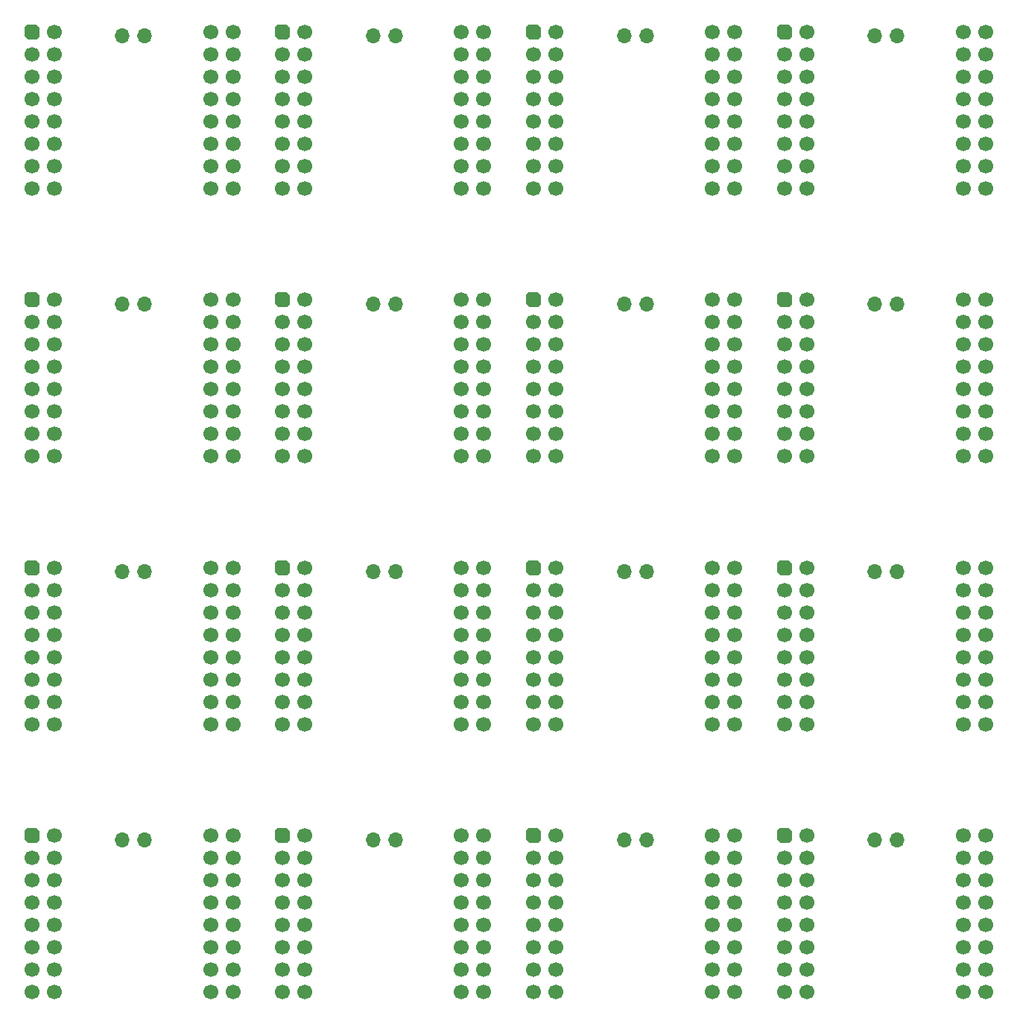
<source format=gbr>
%TF.GenerationSoftware,KiCad,Pcbnew,8.0.6*%
%TF.CreationDate,2024-10-19T01:04:28+01:00*%
%TF.ProjectId,panel,70616e65-6c2e-46b6-9963-61645f706362,rev?*%
%TF.SameCoordinates,Original*%
%TF.FileFunction,Soldermask,Bot*%
%TF.FilePolarity,Negative*%
%FSLAX46Y46*%
G04 Gerber Fmt 4.6, Leading zero omitted, Abs format (unit mm)*
G04 Created by KiCad (PCBNEW 8.0.6) date 2024-10-19 01:04:28*
%MOMM*%
%LPD*%
G01*
G04 APERTURE LIST*
G04 Aperture macros list*
%AMFreePoly0*
4,1,19,-0.850000,0.510000,-0.510000,0.850000,0.255000,0.850000,0.408997,0.829726,0.552500,0.770285,0.675729,0.675729,0.770285,0.552500,0.829726,0.408997,0.850000,0.255000,0.850000,-0.510000,0.510000,-0.850000,-0.255000,-0.850000,-0.408997,-0.829726,-0.552500,-0.770285,-0.675729,-0.675729,-0.770285,-0.552500,-0.829726,-0.408997,-0.850000,-0.255000,-0.850000,0.510000,-0.850000,0.510000,
$1*%
G04 Aperture macros list end*
%ADD10O,1.700000X1.700000*%
%ADD11FreePoly0,0.000000*%
%ADD12C,1.700000*%
G04 APERTURE END LIST*
D10*
%TO.C,J1*%
X135660000Y-113390000D03*
X133120000Y-113390000D03*
%TD*%
D11*
%TO.C,U1*%
X94330000Y-112930000D03*
D12*
X94330000Y-115470000D03*
X94330000Y-118010000D03*
X94330000Y-120550000D03*
X94330000Y-123090000D03*
X94330000Y-125630000D03*
X94330000Y-128170000D03*
X94330000Y-130710000D03*
X117190000Y-130710000D03*
X117190000Y-128170000D03*
X117190000Y-125630000D03*
X117190000Y-123090000D03*
X117190000Y-120550000D03*
X117190000Y-118010000D03*
X117190000Y-115470000D03*
X117190000Y-112930000D03*
X96870000Y-112930000D03*
X96870000Y-115470000D03*
X96870000Y-118010000D03*
X96870000Y-120550000D03*
X96870000Y-123090000D03*
X96870000Y-125630000D03*
X96870000Y-128170000D03*
X96870000Y-130710000D03*
X114650000Y-130710000D03*
X114650000Y-128170000D03*
X114650000Y-125630000D03*
X114650000Y-123090000D03*
X114650000Y-120550000D03*
X114650000Y-118010000D03*
X114650000Y-115470000D03*
X114650000Y-112930000D03*
%TD*%
D10*
%TO.C,J1*%
X192700000Y-52530000D03*
X190160000Y-52530000D03*
%TD*%
%TO.C,J1*%
X135660000Y-82960000D03*
X133120000Y-82960000D03*
%TD*%
%TO.C,J1*%
X135660000Y-52530000D03*
X133120000Y-52530000D03*
%TD*%
%TO.C,J1*%
X135660000Y-22100000D03*
X133120000Y-22100000D03*
%TD*%
D11*
%TO.C,U1*%
X122850000Y-82500000D03*
D12*
X122850000Y-85040000D03*
X122850000Y-87580000D03*
X122850000Y-90120000D03*
X122850000Y-92660000D03*
X122850000Y-95200000D03*
X122850000Y-97740000D03*
X122850000Y-100280000D03*
X145710000Y-100280000D03*
X145710000Y-97740000D03*
X145710000Y-95200000D03*
X145710000Y-92660000D03*
X145710000Y-90120000D03*
X145710000Y-87580000D03*
X145710000Y-85040000D03*
X145710000Y-82500000D03*
X125390000Y-82500000D03*
X125390000Y-85040000D03*
X125390000Y-87580000D03*
X125390000Y-90120000D03*
X125390000Y-92660000D03*
X125390000Y-95200000D03*
X125390000Y-97740000D03*
X125390000Y-100280000D03*
X143170000Y-100280000D03*
X143170000Y-97740000D03*
X143170000Y-95200000D03*
X143170000Y-92660000D03*
X143170000Y-90120000D03*
X143170000Y-87580000D03*
X143170000Y-85040000D03*
X143170000Y-82500000D03*
%TD*%
D11*
%TO.C,U1*%
X122850000Y-52070000D03*
D12*
X122850000Y-54610000D03*
X122850000Y-57150000D03*
X122850000Y-59690000D03*
X122850000Y-62230000D03*
X122850000Y-64770000D03*
X122850000Y-67310000D03*
X122850000Y-69850000D03*
X145710000Y-69850000D03*
X145710000Y-67310000D03*
X145710000Y-64770000D03*
X145710000Y-62230000D03*
X145710000Y-59690000D03*
X145710000Y-57150000D03*
X145710000Y-54610000D03*
X145710000Y-52070000D03*
X125390000Y-52070000D03*
X125390000Y-54610000D03*
X125390000Y-57150000D03*
X125390000Y-59690000D03*
X125390000Y-62230000D03*
X125390000Y-64770000D03*
X125390000Y-67310000D03*
X125390000Y-69850000D03*
X143170000Y-69850000D03*
X143170000Y-67310000D03*
X143170000Y-64770000D03*
X143170000Y-62230000D03*
X143170000Y-59690000D03*
X143170000Y-57150000D03*
X143170000Y-54610000D03*
X143170000Y-52070000D03*
%TD*%
D11*
%TO.C,U1*%
X122850000Y-112930000D03*
D12*
X122850000Y-115470000D03*
X122850000Y-118010000D03*
X122850000Y-120550000D03*
X122850000Y-123090000D03*
X122850000Y-125630000D03*
X122850000Y-128170000D03*
X122850000Y-130710000D03*
X145710000Y-130710000D03*
X145710000Y-128170000D03*
X145710000Y-125630000D03*
X145710000Y-123090000D03*
X145710000Y-120550000D03*
X145710000Y-118010000D03*
X145710000Y-115470000D03*
X145710000Y-112930000D03*
X125390000Y-112930000D03*
X125390000Y-115470000D03*
X125390000Y-118010000D03*
X125390000Y-120550000D03*
X125390000Y-123090000D03*
X125390000Y-125630000D03*
X125390000Y-128170000D03*
X125390000Y-130710000D03*
X143170000Y-130710000D03*
X143170000Y-128170000D03*
X143170000Y-125630000D03*
X143170000Y-123090000D03*
X143170000Y-120550000D03*
X143170000Y-118010000D03*
X143170000Y-115470000D03*
X143170000Y-112930000D03*
%TD*%
D10*
%TO.C,J1*%
X164180000Y-113390000D03*
X161640000Y-113390000D03*
%TD*%
%TO.C,J1*%
X192700000Y-82960000D03*
X190160000Y-82960000D03*
%TD*%
D11*
%TO.C,U1*%
X94330000Y-52070000D03*
D12*
X94330000Y-54610000D03*
X94330000Y-57150000D03*
X94330000Y-59690000D03*
X94330000Y-62230000D03*
X94330000Y-64770000D03*
X94330000Y-67310000D03*
X94330000Y-69850000D03*
X117190000Y-69850000D03*
X117190000Y-67310000D03*
X117190000Y-64770000D03*
X117190000Y-62230000D03*
X117190000Y-59690000D03*
X117190000Y-57150000D03*
X117190000Y-54610000D03*
X117190000Y-52070000D03*
X96870000Y-52070000D03*
X96870000Y-54610000D03*
X96870000Y-57150000D03*
X96870000Y-59690000D03*
X96870000Y-62230000D03*
X96870000Y-64770000D03*
X96870000Y-67310000D03*
X96870000Y-69850000D03*
X114650000Y-69850000D03*
X114650000Y-67310000D03*
X114650000Y-64770000D03*
X114650000Y-62230000D03*
X114650000Y-59690000D03*
X114650000Y-57150000D03*
X114650000Y-54610000D03*
X114650000Y-52070000D03*
%TD*%
D10*
%TO.C,J1*%
X107140000Y-22100000D03*
X104600000Y-22100000D03*
%TD*%
D11*
%TO.C,U1*%
X179890000Y-21640000D03*
D12*
X179890000Y-24180000D03*
X179890000Y-26720000D03*
X179890000Y-29260000D03*
X179890000Y-31800000D03*
X179890000Y-34340000D03*
X179890000Y-36880000D03*
X179890000Y-39420000D03*
X202750000Y-39420000D03*
X202750000Y-36880000D03*
X202750000Y-34340000D03*
X202750000Y-31800000D03*
X202750000Y-29260000D03*
X202750000Y-26720000D03*
X202750000Y-24180000D03*
X202750000Y-21640000D03*
X182430000Y-21640000D03*
X182430000Y-24180000D03*
X182430000Y-26720000D03*
X182430000Y-29260000D03*
X182430000Y-31800000D03*
X182430000Y-34340000D03*
X182430000Y-36880000D03*
X182430000Y-39420000D03*
X200210000Y-39420000D03*
X200210000Y-36880000D03*
X200210000Y-34340000D03*
X200210000Y-31800000D03*
X200210000Y-29260000D03*
X200210000Y-26720000D03*
X200210000Y-24180000D03*
X200210000Y-21640000D03*
%TD*%
D11*
%TO.C,U1*%
X151370000Y-82500000D03*
D12*
X151370000Y-85040000D03*
X151370000Y-87580000D03*
X151370000Y-90120000D03*
X151370000Y-92660000D03*
X151370000Y-95200000D03*
X151370000Y-97740000D03*
X151370000Y-100280000D03*
X174230000Y-100280000D03*
X174230000Y-97740000D03*
X174230000Y-95200000D03*
X174230000Y-92660000D03*
X174230000Y-90120000D03*
X174230000Y-87580000D03*
X174230000Y-85040000D03*
X174230000Y-82500000D03*
X153910000Y-82500000D03*
X153910000Y-85040000D03*
X153910000Y-87580000D03*
X153910000Y-90120000D03*
X153910000Y-92660000D03*
X153910000Y-95200000D03*
X153910000Y-97740000D03*
X153910000Y-100280000D03*
X171690000Y-100280000D03*
X171690000Y-97740000D03*
X171690000Y-95200000D03*
X171690000Y-92660000D03*
X171690000Y-90120000D03*
X171690000Y-87580000D03*
X171690000Y-85040000D03*
X171690000Y-82500000D03*
%TD*%
D11*
%TO.C,U1*%
X151370000Y-21640000D03*
D12*
X151370000Y-24180000D03*
X151370000Y-26720000D03*
X151370000Y-29260000D03*
X151370000Y-31800000D03*
X151370000Y-34340000D03*
X151370000Y-36880000D03*
X151370000Y-39420000D03*
X174230000Y-39420000D03*
X174230000Y-36880000D03*
X174230000Y-34340000D03*
X174230000Y-31800000D03*
X174230000Y-29260000D03*
X174230000Y-26720000D03*
X174230000Y-24180000D03*
X174230000Y-21640000D03*
X153910000Y-21640000D03*
X153910000Y-24180000D03*
X153910000Y-26720000D03*
X153910000Y-29260000D03*
X153910000Y-31800000D03*
X153910000Y-34340000D03*
X153910000Y-36880000D03*
X153910000Y-39420000D03*
X171690000Y-39420000D03*
X171690000Y-36880000D03*
X171690000Y-34340000D03*
X171690000Y-31800000D03*
X171690000Y-29260000D03*
X171690000Y-26720000D03*
X171690000Y-24180000D03*
X171690000Y-21640000D03*
%TD*%
D11*
%TO.C,U1*%
X151370000Y-52070000D03*
D12*
X151370000Y-54610000D03*
X151370000Y-57150000D03*
X151370000Y-59690000D03*
X151370000Y-62230000D03*
X151370000Y-64770000D03*
X151370000Y-67310000D03*
X151370000Y-69850000D03*
X174230000Y-69850000D03*
X174230000Y-67310000D03*
X174230000Y-64770000D03*
X174230000Y-62230000D03*
X174230000Y-59690000D03*
X174230000Y-57150000D03*
X174230000Y-54610000D03*
X174230000Y-52070000D03*
X153910000Y-52070000D03*
X153910000Y-54610000D03*
X153910000Y-57150000D03*
X153910000Y-59690000D03*
X153910000Y-62230000D03*
X153910000Y-64770000D03*
X153910000Y-67310000D03*
X153910000Y-69850000D03*
X171690000Y-69850000D03*
X171690000Y-67310000D03*
X171690000Y-64770000D03*
X171690000Y-62230000D03*
X171690000Y-59690000D03*
X171690000Y-57150000D03*
X171690000Y-54610000D03*
X171690000Y-52070000D03*
%TD*%
D11*
%TO.C,U1*%
X94330000Y-82500000D03*
D12*
X94330000Y-85040000D03*
X94330000Y-87580000D03*
X94330000Y-90120000D03*
X94330000Y-92660000D03*
X94330000Y-95200000D03*
X94330000Y-97740000D03*
X94330000Y-100280000D03*
X117190000Y-100280000D03*
X117190000Y-97740000D03*
X117190000Y-95200000D03*
X117190000Y-92660000D03*
X117190000Y-90120000D03*
X117190000Y-87580000D03*
X117190000Y-85040000D03*
X117190000Y-82500000D03*
X96870000Y-82500000D03*
X96870000Y-85040000D03*
X96870000Y-87580000D03*
X96870000Y-90120000D03*
X96870000Y-92660000D03*
X96870000Y-95200000D03*
X96870000Y-97740000D03*
X96870000Y-100280000D03*
X114650000Y-100280000D03*
X114650000Y-97740000D03*
X114650000Y-95200000D03*
X114650000Y-92660000D03*
X114650000Y-90120000D03*
X114650000Y-87580000D03*
X114650000Y-85040000D03*
X114650000Y-82500000D03*
%TD*%
D11*
%TO.C,U1*%
X151370000Y-112930000D03*
D12*
X151370000Y-115470000D03*
X151370000Y-118010000D03*
X151370000Y-120550000D03*
X151370000Y-123090000D03*
X151370000Y-125630000D03*
X151370000Y-128170000D03*
X151370000Y-130710000D03*
X174230000Y-130710000D03*
X174230000Y-128170000D03*
X174230000Y-125630000D03*
X174230000Y-123090000D03*
X174230000Y-120550000D03*
X174230000Y-118010000D03*
X174230000Y-115470000D03*
X174230000Y-112930000D03*
X153910000Y-112930000D03*
X153910000Y-115470000D03*
X153910000Y-118010000D03*
X153910000Y-120550000D03*
X153910000Y-123090000D03*
X153910000Y-125630000D03*
X153910000Y-128170000D03*
X153910000Y-130710000D03*
X171690000Y-130710000D03*
X171690000Y-128170000D03*
X171690000Y-125630000D03*
X171690000Y-123090000D03*
X171690000Y-120550000D03*
X171690000Y-118010000D03*
X171690000Y-115470000D03*
X171690000Y-112930000D03*
%TD*%
D11*
%TO.C,U1*%
X179890000Y-52070000D03*
D12*
X179890000Y-54610000D03*
X179890000Y-57150000D03*
X179890000Y-59690000D03*
X179890000Y-62230000D03*
X179890000Y-64770000D03*
X179890000Y-67310000D03*
X179890000Y-69850000D03*
X202750000Y-69850000D03*
X202750000Y-67310000D03*
X202750000Y-64770000D03*
X202750000Y-62230000D03*
X202750000Y-59690000D03*
X202750000Y-57150000D03*
X202750000Y-54610000D03*
X202750000Y-52070000D03*
X182430000Y-52070000D03*
X182430000Y-54610000D03*
X182430000Y-57150000D03*
X182430000Y-59690000D03*
X182430000Y-62230000D03*
X182430000Y-64770000D03*
X182430000Y-67310000D03*
X182430000Y-69850000D03*
X200210000Y-69850000D03*
X200210000Y-67310000D03*
X200210000Y-64770000D03*
X200210000Y-62230000D03*
X200210000Y-59690000D03*
X200210000Y-57150000D03*
X200210000Y-54610000D03*
X200210000Y-52070000D03*
%TD*%
D10*
%TO.C,J1*%
X164180000Y-52530000D03*
X161640000Y-52530000D03*
%TD*%
%TO.C,J1*%
X164180000Y-22100000D03*
X161640000Y-22100000D03*
%TD*%
%TO.C,J1*%
X107140000Y-82960000D03*
X104600000Y-82960000D03*
%TD*%
D11*
%TO.C,U1*%
X94330000Y-21640000D03*
D12*
X94330000Y-24180000D03*
X94330000Y-26720000D03*
X94330000Y-29260000D03*
X94330000Y-31800000D03*
X94330000Y-34340000D03*
X94330000Y-36880000D03*
X94330000Y-39420000D03*
X117190000Y-39420000D03*
X117190000Y-36880000D03*
X117190000Y-34340000D03*
X117190000Y-31800000D03*
X117190000Y-29260000D03*
X117190000Y-26720000D03*
X117190000Y-24180000D03*
X117190000Y-21640000D03*
X96870000Y-21640000D03*
X96870000Y-24180000D03*
X96870000Y-26720000D03*
X96870000Y-29260000D03*
X96870000Y-31800000D03*
X96870000Y-34340000D03*
X96870000Y-36880000D03*
X96870000Y-39420000D03*
X114650000Y-39420000D03*
X114650000Y-36880000D03*
X114650000Y-34340000D03*
X114650000Y-31800000D03*
X114650000Y-29260000D03*
X114650000Y-26720000D03*
X114650000Y-24180000D03*
X114650000Y-21640000D03*
%TD*%
D10*
%TO.C,J1*%
X107140000Y-52530000D03*
X104600000Y-52530000D03*
%TD*%
%TO.C,J1*%
X164180000Y-82960000D03*
X161640000Y-82960000D03*
%TD*%
D11*
%TO.C,U1*%
X179890000Y-112930000D03*
D12*
X179890000Y-115470000D03*
X179890000Y-118010000D03*
X179890000Y-120550000D03*
X179890000Y-123090000D03*
X179890000Y-125630000D03*
X179890000Y-128170000D03*
X179890000Y-130710000D03*
X202750000Y-130710000D03*
X202750000Y-128170000D03*
X202750000Y-125630000D03*
X202750000Y-123090000D03*
X202750000Y-120550000D03*
X202750000Y-118010000D03*
X202750000Y-115470000D03*
X202750000Y-112930000D03*
X182430000Y-112930000D03*
X182430000Y-115470000D03*
X182430000Y-118010000D03*
X182430000Y-120550000D03*
X182430000Y-123090000D03*
X182430000Y-125630000D03*
X182430000Y-128170000D03*
X182430000Y-130710000D03*
X200210000Y-130710000D03*
X200210000Y-128170000D03*
X200210000Y-125630000D03*
X200210000Y-123090000D03*
X200210000Y-120550000D03*
X200210000Y-118010000D03*
X200210000Y-115470000D03*
X200210000Y-112930000D03*
%TD*%
D10*
%TO.C,J1*%
X192700000Y-113390000D03*
X190160000Y-113390000D03*
%TD*%
%TO.C,J1*%
X107140000Y-113390000D03*
X104600000Y-113390000D03*
%TD*%
D11*
%TO.C,U1*%
X179890000Y-82500000D03*
D12*
X179890000Y-85040000D03*
X179890000Y-87580000D03*
X179890000Y-90120000D03*
X179890000Y-92660000D03*
X179890000Y-95200000D03*
X179890000Y-97740000D03*
X179890000Y-100280000D03*
X202750000Y-100280000D03*
X202750000Y-97740000D03*
X202750000Y-95200000D03*
X202750000Y-92660000D03*
X202750000Y-90120000D03*
X202750000Y-87580000D03*
X202750000Y-85040000D03*
X202750000Y-82500000D03*
X182430000Y-82500000D03*
X182430000Y-85040000D03*
X182430000Y-87580000D03*
X182430000Y-90120000D03*
X182430000Y-92660000D03*
X182430000Y-95200000D03*
X182430000Y-97740000D03*
X182430000Y-100280000D03*
X200210000Y-100280000D03*
X200210000Y-97740000D03*
X200210000Y-95200000D03*
X200210000Y-92660000D03*
X200210000Y-90120000D03*
X200210000Y-87580000D03*
X200210000Y-85040000D03*
X200210000Y-82500000D03*
%TD*%
D11*
%TO.C,U1*%
X122850000Y-21640000D03*
D12*
X122850000Y-24180000D03*
X122850000Y-26720000D03*
X122850000Y-29260000D03*
X122850000Y-31800000D03*
X122850000Y-34340000D03*
X122850000Y-36880000D03*
X122850000Y-39420000D03*
X145710000Y-39420000D03*
X145710000Y-36880000D03*
X145710000Y-34340000D03*
X145710000Y-31800000D03*
X145710000Y-29260000D03*
X145710000Y-26720000D03*
X145710000Y-24180000D03*
X145710000Y-21640000D03*
X125390000Y-21640000D03*
X125390000Y-24180000D03*
X125390000Y-26720000D03*
X125390000Y-29260000D03*
X125390000Y-31800000D03*
X125390000Y-34340000D03*
X125390000Y-36880000D03*
X125390000Y-39420000D03*
X143170000Y-39420000D03*
X143170000Y-36880000D03*
X143170000Y-34340000D03*
X143170000Y-31800000D03*
X143170000Y-29260000D03*
X143170000Y-26720000D03*
X143170000Y-24180000D03*
X143170000Y-21640000D03*
%TD*%
D10*
%TO.C,J1*%
X192700000Y-22100000D03*
X190160000Y-22100000D03*
%TD*%
M02*

</source>
